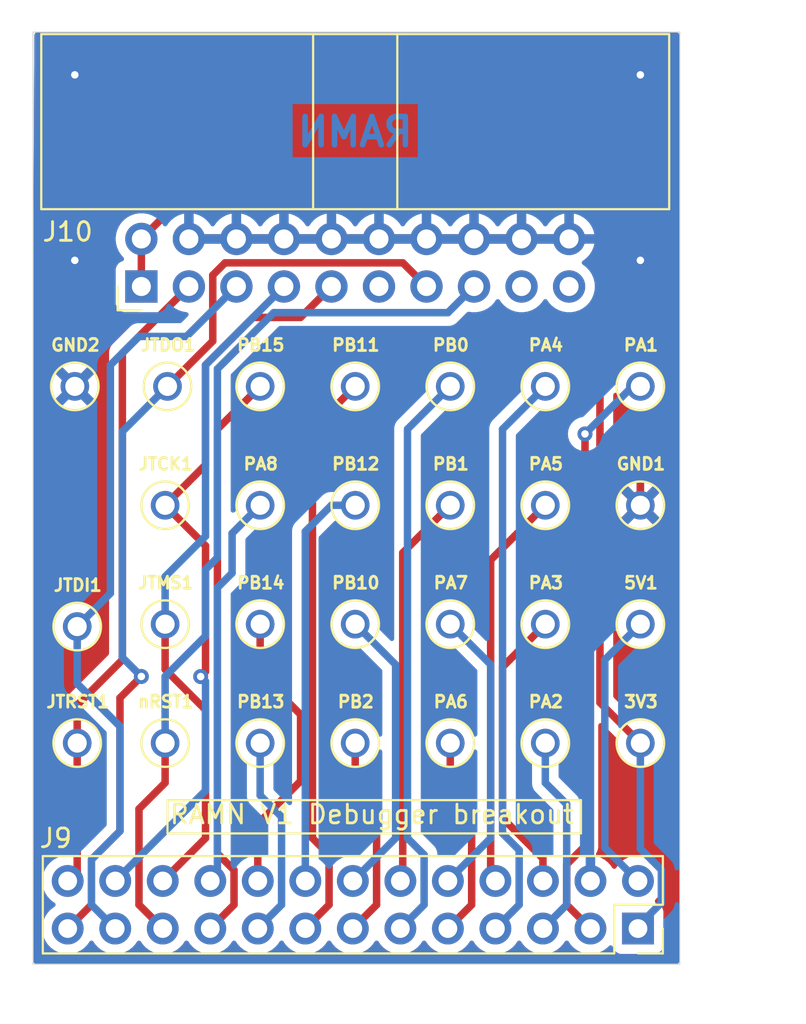
<source format=kicad_pcb>
(kicad_pcb (version 20240108) (generator "pcbnew") (generator_version "8.0")
  (layers (0 "F.Cu" signal) (31 "B.Cu" signal) (34 "B.Paste" user) (35 "F.Paste" user) (36 "B.SilkS" user "B.Silkscreen") (37 "F.SilkS" user "F.Silkscreen") (38 "B.Mask" user) (39 "F.Mask" user) (44 "Edge.Cuts" user))
  (net 0 "")
  (net 1 "GND")
  (net 2 "/3V3_ECU")
  (net 3 "/PA2")
  (net 4 "/PA7")
  (net 5 "/PA6")
  (net 6 "/PA5")
  (net 7 "/PA4")
  (net 8 "/PA3")
  (net 9 "/PA1")
  (net 10 "/PA8")
  (net 11 "/PB15")
  (net 12 "/PB14")
  (net 13 "/PB13")
  (net 14 "/PB12")
  (net 15 "/PB11")
  (net 16 "/PB10")
  (net 17 "/PB2")
  (net 18 "/PB1")
  (net 19 "/PB0")
  (net 20 "+5V")
  (net 21 "/SYS_JTRST")
  (net 22 "/SYS_JTDI")
  (net 23 "/nRST")
  (net 24 "/SYS_JTDO-SWO")
  (net 25 "/SYS_JTCK-SWCLK")
  (net 26 "/SYS_JTMS-SWDIO")
  (footprint "Global_Library:KEYSTONE_5002" (layer "F.Cu") (at 26.035 54.229)
    (property "Reference" "nRST1" (at 0.032 -2.2064 0) (layer "F.SilkS") (effects (font (size 0.64 0.64))))
    (property "Value" "TestPoint")
    (fp_circle (center 0 0) (end 1.27 0) (stroke (width 0.127)) (fill none) (layer "F.SilkS"))
    (pad "1" thru_hole circle (at 0 0) (size 1.53 1.53) (drill 1.02) (layers "*.Cu" "*.Mask") (net 23 "/nRST"))
  )
  (footprint "Global_Library:KEYSTONE_5002" (layer "F.Cu") (at 51.435 54.229)
    (property "Reference" "3V3" (at 0.032 -2.2064 0) (layer "F.SilkS") (effects (font (size 0.64 0.64))))
    (property "Value" "TestPoint")
    (fp_circle (center 0 0) (end 1.27 0) (stroke (width 0.127)) (fill none) (layer "F.SilkS"))
    (pad "1" thru_hole circle (at 0 0) (size 1.53 1.53) (drill 1.02) (layers "*.Cu" "*.Mask") (net 2 "/3V3_ECU"))
  )
  (footprint "Global_Library:KEYSTONE_5002" (layer "F.Cu") (at 36.195 35.179)
    (property "Reference" "PB11" (at 0.032 -2.2064 0) (layer "F.SilkS") (effects (font (size 0.64 0.64))))
    (property "Value" "TestPoint")
    (fp_circle (center 0 0) (end 1.27 0) (stroke (width 0.127)) (fill none) (layer "F.SilkS"))
    (pad "1" thru_hole circle (at 0 0) (size 1.53 1.53) (drill 1.02) (layers "*.Cu" "*.Mask") (net 15 "/PB11"))
  )
  (footprint "Global_Library:KEYSTONE_5002" (layer "F.Cu") (at 41.275 35.179)
    (property "Reference" "PB0" (at 0.032 -2.2064 0) (layer "F.SilkS") (effects (font (size 0.64 0.64))))
    (property "Value" "TestPoint")
    (fp_circle (center 0 0) (end 1.27 0) (stroke (width 0.127)) (fill none) (layer "F.SilkS"))
    (pad "1" thru_hole circle (at 0 0) (size 1.53 1.53) (drill 1.02) (layers "*.Cu" "*.Mask") (net 19 "/PB0"))
  )
  (footprint "Global_Library:KEYSTONE_5002" (layer "F.Cu") (at 36.195 47.879)
    (property "Reference" "PB10" (at 0.032 -2.2064 0) (layer "F.SilkS") (effects (font (size 0.64 0.64))))
    (property "Value" "TestPoint")
    (fp_circle (center 0 0) (end 1.27 0) (stroke (width 0.127)) (fill none) (layer "F.SilkS"))
    (pad "1" thru_hole circle (at 0 0) (size 1.53 1.53) (drill 1.02) (layers "*.Cu" "*.Mask") (net 16 "/PB10"))
  )
  (footprint "Global_Library:KEYSTONE_5002" (layer "F.Cu") (at 36.195 54.229)
    (property "Reference" "PB2" (at 0.032 -2.2064 0) (layer "F.SilkS") (effects (font (size 0.64 0.64))))
    (property "Value" "TestPoint")
    (fp_circle (center 0 0) (end 1.27 0) (stroke (width 0.127)) (fill none) (layer "F.SilkS"))
    (pad "1" thru_hole circle (at 0 0) (size 1.53 1.53) (drill 1.02) (layers "*.Cu" "*.Mask") (net 17 "/PB2"))
  )
  (footprint "Global_Library:KEYSTONE_5002" (layer "F.Cu") (at 41.275 41.529)
    (property "Reference" "PB1" (at 0.032 -2.2064 0) (layer "F.SilkS") (effects (font (size 0.64 0.64))))
    (property "Value" "TestPoint")
    (fp_circle (center 0 0) (end 1.27 0) (stroke (width 0.127)) (fill none) (layer "F.SilkS"))
    (pad "1" thru_hole circle (at 0 0) (size 1.53 1.53) (drill 1.02) (layers "*.Cu" "*.Mask") (net 18 "/PB1"))
  )
  (footprint "Global_Library:KEYSTONE_5002" (layer "F.Cu") (at 31.115 41.529)
    (property "Reference" "PA8" (at 0.032 -2.2064 0) (layer "F.SilkS") (effects (font (size 0.64 0.64))))
    (property "Value" "TestPoint")
    (fp_circle (center 0 0) (end 1.27 0) (stroke (width 0.127)) (fill none) (layer "F.SilkS"))
    (pad "1" thru_hole circle (at 0 0) (size 1.53 1.53) (drill 1.02) (layers "*.Cu" "*.Mask") (net 10 "/PA8"))
  )
  (footprint "Global_Library:KEYSTONE_5002" (layer "F.Cu") (at 41.275 54.229)
    (property "Reference" "PA6" (at 0.032 -2.2064 0) (layer "F.SilkS") (effects (font (size 0.64 0.64))))
    (property "Value" "TestPoint")
    (fp_circle (center 0 0) (end 1.27 0) (stroke (width 0.127)) (fill none) (layer "F.SilkS"))
    (pad "1" thru_hole circle (at 0 0) (size 1.53 1.53) (drill 1.02) (layers "*.Cu" "*.Mask") (net 5 "/PA6"))
  )
  (footprint "Global_Library:KEYSTONE_5002" (layer "F.Cu") (at 46.355 41.529)
    (property "Reference" "PA5" (at 0.032 -2.2064 0) (layer "F.SilkS") (effects (font (size 0.64 0.64))))
    (property "Value" "TestPoint")
    (fp_circle (center 0 0) (end 1.27 0) (stroke (width 0.127)) (fill none) (layer "F.SilkS"))
    (pad "1" thru_hole circle (at 0 0) (size 1.53 1.53) (drill 1.02) (layers "*.Cu" "*.Mask") (net 6 "/PA5"))
  )
  (footprint "Global_Library:KEYSTONE_5002" (layer "F.Cu") (at 41.275 47.879)
    (property "Reference" "PA7" (at 0.032 -2.2064 0) (layer "F.SilkS") (effects (font (size 0.64 0.64))))
    (property "Value" "TestPoint")
    (fp_circle (center 0 0) (end 1.27 0) (stroke (width 0.127)) (fill none) (layer "F.SilkS"))
    (pad "1" thru_hole circle (at 0 0) (size 1.53 1.53) (drill 1.02) (layers "*.Cu" "*.Mask") (net 4 "/PA7"))
  )
  (footprint "Global_Library:KEYSTONE_5002" (layer "F.Cu") (at 36.195 41.529)
    (property "Reference" "PB12" (at 0.032 -2.2064 0) (layer "F.SilkS") (effects (font (size 0.64 0.64))))
    (property "Value" "TestPoint")
    (fp_circle (center 0 0) (end 1.27 0) (stroke (width 0.127)) (fill none) (layer "F.SilkS"))
    (pad "1" thru_hole circle (at 0 0) (size 1.53 1.53) (drill 1.02) (layers "*.Cu" "*.Mask") (net 14 "/PB12"))
  )
  (footprint "Global_Library:KEYSTONE_5002" (layer "F.Cu") (at 21.336 48.006)
    (property "Reference" "JTDI1" (at 0.032 -2.2064 0) (layer "F.SilkS") (effects (font (size 0.64 0.64))))
    (property "Value" "TestPoint")
    (fp_circle (center 0 0) (end 1.27 0) (stroke (width 0.127)) (fill none) (layer "F.SilkS"))
    (pad "1" thru_hole circle (at 0 0) (size 1.53 1.53) (drill 1.02) (layers "*.Cu" "*.Mask") (net 22 "/SYS_JTDI"))
  )
  (footprint "Global_Library:KEYSTONE_5002" (layer "F.Cu") (at 51.435 41.529)
    (property "Reference" "GND1" (at 0.032 -2.2064 0) (layer "F.SilkS") (effects (font (size 0.64 0.64))))
    (property "Value" "TestPoint")
    (fp_circle (center 0 0) (end 1.27 0) (stroke (width 0.127)) (fill none) (layer "F.SilkS"))
    (pad "1" thru_hole circle (at 0 0) (size 1.53 1.53) (drill 1.02) (layers "*.Cu" "*.Mask") (net 1 "GND"))
  )
  (footprint "Global_Library:KEYSTONE_5002" (layer "F.Cu") (at 26.035 41.529)
    (property "Reference" "JTCK1" (at 0.032 -2.2064 0) (layer "F.SilkS") (effects (font (size 0.64 0.64))))
    (property "Value" "TestPoint")
    (fp_circle (center 0 0) (end 1.27 0) (stroke (width 0.127)) (fill none) (layer "F.SilkS"))
    (pad "1" thru_hole circle (at 0 0) (size 1.53 1.53) (drill 1.02) (layers "*.Cu" "*.Mask") (net 25 "/SYS_JTCK-SWCLK"))
  )
  (footprint "Global_Library:KEYSTONE_5002" (layer "F.Cu") (at 26.035 47.879)
    (property "Reference" "JTMS1" (at 0.032 -2.2064 0) (layer "F.SilkS") (effects (font (size 0.64 0.64))))
    (property "Value" "TestPoint")
    (fp_circle (center 0 0) (end 1.27 0) (stroke (width 0.127)) (fill none) (layer "F.SilkS"))
    (pad "1" thru_hole circle (at 0 0) (size 1.53 1.53) (drill 1.02) (layers "*.Cu" "*.Mask") (net 26 "/SYS_JTMS-SWDIO"))
  )
  (footprint "Global_Library:KEYSTONE_5002" (layer "F.Cu") (at 51.435 47.879)
    (property "Reference" "5V1" (at 0.032 -2.2064 0) (layer "F.SilkS") (effects (font (size 0.64 0.64))))
    (property "Value" "TestPoint")
    (fp_circle (center 0 0) (end 1.27 0) (stroke (width 0.127)) (fill none) (layer "F.SilkS"))
    (pad "1" thru_hole circle (at 0 0) (size 1.53 1.53) (drill 1.02) (layers "*.Cu" "*.Mask") (net 20 "+5V"))
  )
  (footprint "Global_Library:KEYSTONE_5002" (layer "F.Cu") (at 46.355 35.179)
    (property "Reference" "PA4" (at 0.032 -2.2064 0) (layer "F.SilkS") (effects (font (size 0.64 0.64))))
    (property "Value" "TestPoint")
    (fp_circle (center 0 0) (end 1.27 0) (stroke (width 0.127)) (fill none) (layer "F.SilkS"))
    (pad "1" thru_hole circle (at 0 0) (size 1.53 1.53) (drill 1.02) (layers "*.Cu" "*.Mask") (net 7 "/PA4"))
  )
  (footprint "Global_Library:KEYSTONE_5002" (layer "F.Cu") (at 46.355 47.879)
    (property "Reference" "PA3" (at 0.032 -2.2064 0) (layer "F.SilkS") (effects (font (size 0.64 0.64))))
    (property "Value" "TestPoint")
    (fp_circle (center 0 0) (end 1.27 0) (stroke (width 0.127)) (fill none) (layer "F.SilkS"))
    (pad "1" thru_hole circle (at 0 0) (size 1.53 1.53) (drill 1.02) (layers "*.Cu" "*.Mask") (net 8 "/PA3"))
  )
  (footprint "Global_Library:KEYSTONE_5002" (layer "F.Cu") (at 46.355 54.229)
    (property "Reference" "PA2" (at 0.032 -2.2064 0) (layer "F.SilkS") (effects (font (size 0.64 0.64))))
    (property "Value" "TestPoint")
    (fp_circle (center 0 0) (end 1.27 0) (stroke (width 0.127)) (fill none) (layer "F.SilkS"))
    (pad "1" thru_hole circle (at 0 0) (size 1.53 1.53) (drill 1.02) (layers "*.Cu" "*.Mask") (net 3 "/PA2"))
  )
  (footprint "Global_Library:KEYSTONE_5002" (layer "F.Cu") (at 51.435 35.179)
    (property "Reference" "PA1" (at 0.032 -2.2064 0) (layer "F.SilkS") (effects (font (size 0.64 0.64))))
    (property "Value" "TestPoint")
    (fp_circle (center 0 0) (end 1.27 0) (stroke (width 0.127)) (fill none) (layer "F.SilkS"))
    (pad "1" thru_hole circle (at 0 0) (size 1.53 1.53) (drill 1.02) (layers "*.Cu" "*.Mask") (net 9 "/PA1"))
  )
  (footprint "Global_Library:KEYSTONE_5002" (layer "F.Cu") (at 31.115 35.179)
    (property "Reference" "PB15" (at 0.032 -2.2064 0) (layer "F.SilkS") (effects (font (size 0.64 0.64))))
    (property "Value" "TestPoint")
    (fp_circle (center 0 0) (end 1.27 0) (stroke (width 0.127)) (fill none) (layer "F.SilkS"))
    (pad "1" thru_hole circle (at 0 0) (size 1.53 1.53) (drill 1.02) (layers "*.Cu" "*.Mask") (net 11 "/PB15"))
  )
  (footprint "Global_Library:KEYSTONE_5002" (layer "F.Cu") (at 31.115 54.229)
    (property "Reference" "PB13" (at 0.032 -2.2064 0) (layer "F.SilkS") (effects (font (size 0.64 0.64))))
    (property "Value" "TestPoint")
    (fp_circle (center 0 0) (end 1.27 0) (stroke (width 0.127)) (fill none) (layer "F.SilkS"))
    (pad "1" thru_hole circle (at 0 0) (size 1.53 1.53) (drill 1.02) (layers "*.Cu" "*.Mask") (net 13 "/PB13"))
  )
  (footprint "Global_Library:KEYSTONE_5002" (layer "F.Cu") (at 31.115 47.879)
    (property "Reference" "PB14" (at 0.032 -2.2064 0) (layer "F.SilkS") (effects (font (size 0.64 0.64))))
    (property "Value" "TestPoint")
    (fp_circle (center 0 0) (end 1.27 0) (stroke (width 0.127)) (fill none) (layer "F.SilkS"))
    (pad "1" thru_hole circle (at 0 0) (size 1.53 1.53) (drill 1.02) (layers "*.Cu" "*.Mask") (net 12 "/PB14"))
  )
  (footprint "Global_Library:KEYSTONE_5002" (layer "F.Cu") (at 26.162 35.179)
    (property "Reference" "JTDO1" (at 0.032 -2.2064 0) (layer "F.SilkS") (effects (font (size 0.64 0.64))))
    (property "Value" "TestPoint")
    (fp_circle (center 0 0) (end 1.27 0) (stroke (width 0.127)) (fill none) (layer "F.SilkS"))
    (pad "1" thru_hole circle (at 0 0) (size 1.53 1.53) (drill 1.02) (layers "*.Cu" "*.Mask") (net 24 "/SYS_JTDO-SWO"))
  )
  (footprint "Global_Library:KEYSTONE_5002" (layer "F.Cu") (at 21.336 54.229)
    (property "Reference" "JTRST1" (at 0.032 -2.2064 0) (layer "F.SilkS") (effects (font (size 0.64 0.64))))
    (property "Value" "TestPoint")
    (fp_circle (center 0 0) (end 1.27 0) (stroke (width 0.127)) (fill none) (layer "F.SilkS"))
    (pad "1" thru_hole circle (at 0 0) (size 1.53 1.53) (drill 1.02) (layers "*.Cu" "*.Mask") (net 21 "/SYS_JTRST"))
  )
  (footprint "Connector_PinSocket_2.54mm:PinSocket_2x13_P2.54mm_Vertical" (layer "F.Cu") (at 51.308 64.135 -90)
    (property "Reference" "J9" (at -4.826 31.115 0) (layer "F.SilkS"))
    (property "Value" "~")
    (fp_line (start -3.87 31.81) (end 1.33 31.81) (stroke (width 0.12)) (layer "F.SilkS"))
    (fp_line (start -1.27 1.27) (end 1.33 1.27) (stroke (width 0.12)) (layer "F.SilkS"))
    (fp_line (start 1.33 1.27) (end 1.33 31.81) (stroke (width 0.12)) (layer "F.SilkS"))
    (fp_line (start -3.87 -1.33) (end -3.87 31.81) (stroke (width 0.12)) (layer "F.SilkS"))
    (fp_line (start -3.87 -1.33) (end -1.27 -1.33) (stroke (width 0.12)) (layer "F.SilkS"))
    (fp_line (start -1.27 -1.33) (end -1.27 1.27) (stroke (width 0.12)) (layer "F.SilkS"))
    (fp_line (start 0 -1.33) (end 1.33 -1.33) (stroke (width 0.12)) (layer "F.SilkS"))
    (fp_line (start 1.33 -1.33) (end 1.33 0) (stroke (width 0.12)) (layer "F.SilkS"))
    (pad "1" thru_hole rect (at 0 0 270) (size 1.7 1.7) (drill 1) (layers "*.Cu" "*.Mask") (net 2 "/3V3_ECU"))
    (pad "2" thru_hole oval (at -2.54 0 270) (size 1.7 1.7) (drill 1) (layers "*.Cu" "*.Mask") (net 20 "+5V"))
    (pad "3" thru_hole oval (at 0 2.54 270) (size 1.7 1.7) (drill 1) (layers "*.Cu" "*.Mask") (net 9 "/PA1"))
    (pad "4" thru_hole oval (at -2.54 2.54 270) (size 1.7 1.7) (drill 1) (layers "*.Cu" "*.Mask") (net 1 "GND"))
    (pad "5" thru_hole oval (at 0 5.08 270) (size 1.7 1.7) (drill 1) (layers "*.Cu" "*.Mask") (net 3 "/PA2"))
    (pad "6" thru_hole oval (at -2.54 5.08 270) (size 1.7 1.7) (drill 1) (layers "*.Cu" "*.Mask") (net 8 "/PA3"))
    (pad "7" thru_hole oval (at 0 7.62 270) (size 1.7 1.7) (drill 1) (layers "*.Cu" "*.Mask") (net 7 "/PA4"))
    (pad "8" thru_hole oval (at -2.54 7.62 270) (size 1.7 1.7) (drill 1) (layers "*.Cu" "*.Mask") (net 6 "/PA5"))
    (pad "9" thru_hole oval (at 0 10.16 270) (size 1.7 1.7) (drill 1) (layers "*.Cu" "*.Mask") (net 5 "/PA6"))
    (pad "10" thru_hole oval (at -2.54 10.16 270) (size 1.7 1.7) (drill 1) (layers "*.Cu" "*.Mask") (net 4 "/PA7"))
    (pad "11" thru_hole oval (at 0 12.7 270) (size 1.7 1.7) (drill 1) (layers "*.Cu" "*.Mask") (net 19 "/PB0"))
    (pad "12" thru_hole oval (at -2.54 12.7 270) (size 1.7 1.7) (drill 1) (layers "*.Cu" "*.Mask") (net 18 "/PB1"))
    (pad "13" thru_hole oval (at 0 15.24 270) (size 1.7 1.7) (drill 1) (layers "*.Cu" "*.Mask") (net 17 "/PB2"))
    (pad "14" thru_hole oval (at -2.54 15.24 270) (size 1.7 1.7) (drill 1) (layers "*.Cu" "*.Mask") (net 16 "/PB10"))
    (pad "15" thru_hole oval (at 0 17.78 270) (size 1.7 1.7) (drill 1) (layers "*.Cu" "*.Mask") (net 15 "/PB11"))
    (pad "16" thru_hole oval (at -2.54 17.78 270) (size 1.7 1.7) (drill 1) (layers "*.Cu" "*.Mask") (net 14 "/PB12"))
    (pad "17" thru_hole oval (at 0 20.32 270) (size 1.7 1.7) (drill 1) (layers "*.Cu" "*.Mask") (net 13 "/PB13"))
    (pad "18" thru_hole oval (at -2.54 20.32 270) (size 1.7 1.7) (drill 1) (layers "*.Cu" "*.Mask") (net 12 "/PB14"))
    (pad "19" thru_hole oval (at 0 22.86 270) (size 1.7 1.7) (drill 1) (layers "*.Cu" "*.Mask") (net 11 "/PB15"))
    (pad "20" thru_hole oval (at -2.54 22.86 270) (size 1.7 1.7) (drill 1) (layers "*.Cu" "*.Mask") (net 10 "/PA8"))
    (pad "21" thru_hole oval (at 0 25.4 270) (size 1.7 1.7) (drill 1) (layers "*.Cu" "*.Mask") (net 23 "/nRST"))
    (pad "22" thru_hole oval (at -2.54 25.4 270) (size 1.7 1.7) (drill 1) (layers "*.Cu" "*.Mask") (net 26 "/SYS_JTMS-SWDIO"))
    (pad "23" thru_hole oval (at 0 27.94 270) (size 1.7 1.7) (drill 1) (layers "*.Cu" "*.Mask") (net 22 "/SYS_JTDI"))
    (pad "24" thru_hole oval (at -2.54 27.94 270) (size 1.7 1.7) (drill 1) (layers "*.Cu" "*.Mask") (net 25 "/SYS_JTCK-SWCLK"))
    (pad "25" thru_hole oval (at 0 30.48 270) (size 1.7 1.7) (drill 1) (layers "*.Cu" "*.Mask") (net 24 "/SYS_JTDO-SWO"))
    (pad "26" thru_hole oval (at -2.54 30.48 270) (size 1.7 1.7) (drill 1) (layers "*.Cu" "*.Mask") (net 21 "/SYS_JTRST"))
  )
  (footprint "Global_Library:KEYSTONE_5002" (layer "F.Cu") (at 21.209 35.179)
    (property "Reference" "GND2" (at 0.032 -2.2064 0) (layer "F.SilkS") (effects (font (size 0.64 0.64))))
    (property "Value" "TestPoint")
    (fp_circle (center 0 0) (end 1.27 0) (stroke (width 0.127)) (fill none) (layer "F.SilkS"))
    (pad "1" thru_hole circle (at 0 0) (size 1.53 1.53) (drill 1.02) (layers "*.Cu" "*.Mask") (net 1 "GND"))
  )
  (footprint "Connector_IDC:IDC-Header_2x10_P2.54mm_Horizontal" (layer "F.Cu") (at 24.765 29.845 90)
    (property "Reference" "J10" (at 2.921 -3.937 180) (layer "F.SilkS"))
    (property "Value" "Conn_ARM_JTAG_SWD_20")
    (fp_line (start 13.48 -5.35) (end 13.48 28.21) (stroke (width 0.12)) (layer "F.SilkS"))
    (fp_line (start 4.13 -5.35) (end 13.48 -5.35) (stroke (width 0.12)) (layer "F.SilkS"))
    (fp_line (start 0 -1.27) (end -1.27 -1.27) (stroke (width 0.12)) (layer "F.SilkS"))
    (fp_line (start -1.27 -1.27) (end -1.27 0) (stroke (width 0.12)) (layer "F.SilkS"))
    (fp_line (start 4.13 9.18) (end 13.48 9.18) (stroke (width 0.12)) (layer "F.SilkS"))
    (fp_line (start 4.13 13.68) (end 13.48 13.68) (stroke (width 0.12)) (layer "F.SilkS"))
    (fp_line (start 4.13 28.21) (end 4.13 -5.35) (stroke (width 0.12)) (layer "F.SilkS"))
    (fp_line (start 4.13 28.21) (end 13.48 28.21) (stroke (width 0.12)) (layer "F.SilkS"))
    (pad "1" thru_hole rect (at 0 0 90) (size 1.7272 1.7272) (drill 1.016) (layers "*.Cu" "*.Mask") (net 2 "/3V3_ECU"))
    (pad "2" thru_hole oval (at 2.54 0 90) (size 1.7272 1.7272) (drill 1.016) (layers "*.Cu" "*.Mask") (net 2 "/3V3_ECU"))
    (pad "3" thru_hole oval (at 0 2.54 90) (size 1.7272 1.7272) (drill 1.016) (layers "*.Cu" "*.Mask") (net 21 "/SYS_JTRST"))
    (pad "4" thru_hole oval (at 2.54 2.54 90) (size 1.7272 1.7272) (drill 1.016) (layers "*.Cu" "*.Mask") (net 1 "GND"))
    (pad "5" thru_hole oval (at 0 5.08 90) (size 1.7272 1.7272) (drill 1.016) (layers "*.Cu" "*.Mask") (net 22 "/SYS_JTDI"))
    (pad "6" thru_hole oval (at 2.54 5.08 90) (size 1.7272 1.7272) (drill 1.016) (layers "*.Cu" "*.Mask") (net 1 "GND"))
    (pad "7" thru_hole oval (at 0 7.62 90) (size 1.7272 1.7272) (drill 1.016) (layers "*.Cu" "*.Mask") (net 26 "/SYS_JTMS-SWDIO"))
    (pad "8" thru_hole oval (at 2.54 7.62 90) (size 1.7272 1.7272) (drill 1.016) (layers "*.Cu" "*.Mask") (net 1 "GND"))
    (pad "9" thru_hole oval (at 0 10.16 90) (size 1.7272 1.7272) (drill 1.016) (layers "*.Cu" "*.Mask") (net 25 "/SYS_JTCK-SWCLK"))
    (pad "10" thru_hole oval (at 2.54 10.16 90) (size 1.7272 1.7272) (drill 1.016) (layers "*.Cu" "*.Mask") (net 1 "GND"))
    (pad "11" thru_hole oval (at 0 12.7 90) (size 1.7272 1.7272) (drill 1.016) (layers "*.Cu" "*.Mask"))
    (pad "12" thru_hole oval (at 2.54 12.7 90) (size 1.7272 1.7272) (drill 1.016) (layers "*.Cu" "*.Mask") (net 1 "GND"))
    (pad "13" thru_hole oval (at 0 15.24 90) (size 1.7272 1.7272) (drill 1.016) (layers "*.Cu" "*.Mask") (net 24 "/SYS_JTDO-SWO"))
    (pad "14" thru_hole oval (at 2.54 15.24 90) (size 1.7272 1.7272) (drill 1.016) (layers "*.Cu" "*.Mask") (net 1 "GND"))
    (pad "15" thru_hole oval (at 0 17.78 90) (size 1.7272 1.7272) (drill 1.016) (layers "*.Cu" "*.Mask") (net 23 "/nRST"))
    (pad "16" thru_hole oval (at 2.54 17.78 90) (size 1.7272 1.7272) (drill 1.016) (layers "*.Cu" "*.Mask") (net 1 "GND"))
    (pad "17" thru_hole oval (at 0 20.32 90) (size 1.7272 1.7272) (drill 1.016) (layers "*.Cu" "*.Mask"))
    (pad "18" thru_hole oval (at 2.54 20.32 90) (size 1.7272 1.7272) (drill 1.016) (layers "*.Cu" "*.Mask") (net 1 "GND"))
    (pad "19" thru_hole oval (at 0 22.86 90) (size 1.7272 1.7272) (drill 1.016) (layers "*.Cu" "*.Mask"))
    (pad "20" thru_hole oval (at 2.54 22.86 90) (size 1.7272 1.7272) (drill 1.016) (layers "*.Cu" "*.Mask") (net 1 "GND"))
  )
  (gr_line (start 26.162 59.055) (end 48.26 59.055) (stroke (width 0.12)) (layer "F.SilkS"))
  (gr_line (start 26.162 57.277) (end 26.162 59.055) (stroke (width 0.12)) (layer "F.SilkS"))
  (gr_line (start 48.26 57.277) (end 26.162 57.277) (stroke (width 0.12)) (layer "F.SilkS"))
  (gr_line (start 48.26 59.055) (end 48.26 57.277) (stroke (width 0.12)) (layer "F.SilkS"))
  (gr_line (start 18.974 16.256) (end 53.543 16.256) (stroke (width 0.05)) (layer "Edge.Cuts"))
  (gr_line (start 53.543 16.256) (end 53.543 66.04) (stroke (width 0.05)) (layer "Edge.Cuts"))
  (gr_line (start 18.974 16.256) (end 18.974 66.04) (stroke (width 0.05)) (layer "Edge.Cuts"))
  (gr_line (start 18.974 66.04) (end 53.543 66.04) (stroke (width 0.05)) (layer "Edge.Cuts"))
  (gr_text "RAMN" (at 36.195 21.59 0) (layer "B.Cu") (effects (font (size 1.5 1.5) (thickness 0.3)) (justify mirror)))
  (gr_text "RAMN V1 Debugger breakout" (at 37.084 58.039 0) (layer "F.SilkS") (effects (font (size 1 1))))
  (segment (start 51.435 41.529) (end 51.435 38.989) (width 0.4) (layer "F.Cu") (net 1))
  (segment (start 51.435 37.719) (end 51.435 41.529) (width 0.4) (layer "F.Cu") (net 1))
  (via (at 51.435 28.448) (size 0.8) (drill 0.4) (layers "F.Cu" "B.Cu") (net 1))
  (via (at 51.435 18.542) (size 0.8) (drill 0.4) (layers "F.Cu" "B.Cu") (net 1))
  (via (at 21.209 28.448) (size 0.8) (drill 0.4) (layers "F.Cu" "B.Cu") (net 1))
  (via (at 21.209 18.542) (size 0.8) (drill 0.4) (layers "F.Cu" "B.Cu") (net 1))
  (segment (start 48.768 61.595) (end 48.768 44.196) (width 0.4) (layer "B.Cu") (net 1))
  (segment (start 48.768 44.196) (end 51.435 41.529) (width 0.4) (layer "B.Cu") (net 1))
  (segment (start 51.435 54.229) (end 49.276 52.07) (width 0.4) (layer "F.Cu") (net 2))
  (segment (start 49.276 52.07) (end 49.276 26.416) (width 0.4) (layer "F.Cu") (net 2))
  (segment (start 24.765 27.305) (end 24.765 29.845) (width 0.4) (layer "F.Cu") (net 2))
  (segment (start 48.514 25.654) (end 26.416 25.654) (width 0.4) (layer "F.Cu") (net 2))
  (segment (start 26.416 25.654) (end 24.765 27.305) (width 0.4) (layer "F.Cu") (net 2))
  (segment (start 49.276 26.416) (end 48.514 25.654) (width 0.4) (layer "F.Cu") (net 2))
  (segment (start 52.558001 60.994999) (end 52.558001 62.757999) (width 0.4) (layer "B.Cu") (net 2))
  (segment (start 51.435 59.871998) (end 52.558001 60.994999) (width 0.4) (layer "B.Cu") (net 2))
  (segment (start 52.558001 62.757999) (end 51.308 64.008) (width 0.4) (layer "B.Cu") (net 2))
  (segment (start 51.308 64.008) (end 51.308 64.135) (width 0.4) (layer "B.Cu") (net 2))
  (segment (start 51.435 54.229) (end 51.435 59.871998) (width 0.4) (layer "B.Cu") (net 2))
  (segment (start 46.228 64.135) (end 47.498 62.865) (width 0.4) (layer "B.Cu") (net 3))
  (segment (start 47.498 57.49332) (end 46.355 56.35032) (width 0.4) (layer "B.Cu") (net 3))
  (segment (start 47.498 62.865) (end 47.498 57.49332) (width 0.4) (layer "B.Cu") (net 3))
  (segment (start 46.355 56.35032) (end 46.355 54.229) (width 0.4) (layer "B.Cu") (net 3))
  (segment (start 43.434 50.038) (end 41.275 47.879) (width 0.4) (layer "B.Cu") (net 4))
  (segment (start 43.434 59.309) (end 43.434 50.038) (width 0.4) (layer "B.Cu") (net 4))
  (segment (start 41.148 61.595) (end 43.434 59.309) (width 0.4) (layer "B.Cu") (net 4))
  (segment (start 42.418 62.865) (end 42.418 57.49332) (width 0.4) (layer "F.Cu") (net 5))
  (segment (start 41.148 64.135) (end 42.418 62.865) (width 0.4) (layer "F.Cu") (net 5))
  (segment (start 41.275 56.35032) (end 41.275 54.229) (width 0.4) (layer "F.Cu") (net 5))
  (segment (start 42.418 57.49332) (end 41.275 56.35032) (width 0.4) (layer "F.Cu") (net 5))
  (segment (start 43.688 61.595) (end 43.434 61.341) (width 0.4) (layer "F.Cu") (net 6))
  (segment (start 43.434 44.45) (end 44.855001 43.028999) (width 0.4) (layer "F.Cu") (net 6))
  (segment (start 44.855001 43.028999) (end 46.355 41.529) (width 0.4) (layer "F.Cu") (net 6))
  (segment (start 43.434 61.341) (end 43.434 44.45) (width 0.4) (layer "F.Cu") (net 6))
  (segment (start 43.688 64.135) (end 44.958 62.865) (width 0.4) (layer "B.Cu") (net 7))
  (segment (start 44.069 37.465) (end 44.855001 36.678999) (width 0.4) (layer "B.Cu") (net 7))
  (segment (start 44.069 59.055) (end 44.069 37.465) (width 0.4) (layer "B.Cu") (net 7))
  (segment (start 44.958 59.944) (end 44.069 59.055) (width 0.4) (layer "B.Cu") (net 7))
  (segment (start 44.855001 36.678999) (end 46.355 35.179) (width 0.4) (layer "B.Cu") (net 7))
  (segment (start 44.958 62.865) (end 44.958 59.944) (width 0.4) (layer "B.Cu") (net 7))
  (segment (start 44.069 58.233919) (end 44.069 50.165) (width 0.4) (layer "F.Cu") (net 8))
  (segment (start 46.228 61.595) (end 46.228 60.392919) (width 0.4) (layer "F.Cu") (net 8))
  (segment (start 44.069 50.165) (end 44.855001 49.378999) (width 0.4) (layer "F.Cu") (net 8))
  (segment (start 44.855001 49.378999) (end 46.355 47.879) (width 0.4) (layer "F.Cu") (net 8))
  (segment (start 46.228 60.392919) (end 44.069 58.233919) (width 0.4) (layer "F.Cu") (net 8))
  (segment (start 48.768 64.135) (end 47.498 62.865) (width 0.4) (layer "F.Cu") (net 9))
  (segment (start 47.498 62.865) (end 47.498 60.706) (width 0.4) (layer "F.Cu") (net 9))
  (segment (start 47.498 60.706) (end 48.47599 59.72801) (width 0.4) (layer "F.Cu") (net 9))
  (segment (start 48.47599 59.72801) (end 48.47599 37.719) (width 0.4) (layer "F.Cu") (net 9))
  (via (at 48.47599 37.719) (size 0.8) (drill 0.4) (layers "F.Cu" "B.Cu") (net 9))
  (segment (start 51.01599 35.179) (end 51.435 35.179) (width 0.4) (layer "B.Cu") (net 9))
  (segment (start 48.47599 37.719) (end 51.01599 35.179) (width 0.4) (layer "B.Cu") (net 9))
  (segment (start 51.435 35.653999) (end 51.435 35.179) (width 0.4) (layer "B.Cu") (net 9))
  (segment (start 29.615001 43.028999) (end 31.115 41.529) (width 0.4) (layer "B.Cu") (net 10))
  (segment (start 29.615001 45.147541) (end 29.615001 43.028999) (width 0.4) (layer "B.Cu") (net 10))
  (segment (start 28.829 61.214) (end 28.829 45.933542) (width 0.4) (layer "B.Cu") (net 10))
  (segment (start 28.448 61.595) (end 28.829 61.214) (width 0.4) (layer "B.Cu") (net 10))
  (segment (start 28.829 45.933542) (end 29.615001 45.147541) (width 0.4) (layer "B.Cu") (net 10))
  (segment (start 28.829 37.465) (end 28.829 60.125998) (width 0.4) (layer "F.Cu") (net 11))
  (segment (start 29.718 61.014998) (end 29.718 62.865) (width 0.4) (layer "F.Cu") (net 11))
  (segment (start 31.115 35.179) (end 28.829 37.465) (width 0.4) (layer "F.Cu") (net 11))
  (segment (start 28.829 60.125998) (end 29.718 61.014998) (width 0.4) (layer "F.Cu") (net 11))
  (segment (start 29.718 62.865) (end 29.297999 63.285001) (width 0.4) (layer "F.Cu") (net 11))
  (segment (start 29.297999 63.285001) (end 28.448 64.135) (width 0.4) (layer "F.Cu") (net 11))
  (segment (start 31.115 50.00032) (end 31.115 47.879) (width 0.4) (layer "F.Cu") (net 12))
  (segment (start 30.988 58.547) (end 33.274 56.261) (width 0.4) (layer "F.Cu") (net 12))
  (segment (start 31.115 50.546) (end 31.115 50.00032) (width 0.4) (layer "F.Cu") (net 12))
  (segment (start 33.274 56.261) (end 33.274 52.705) (width 0.4) (layer "F.Cu") (net 12))
  (segment (start 33.274 52.705) (end 31.115 50.546) (width 0.4) (layer "F.Cu") (net 12))
  (segment (start 30.988 61.595) (end 30.988 58.547) (width 0.4) (layer "F.Cu") (net 12))
  (segment (start 31.115 54.229) (end 31.115 57.023) (width 0.4) (layer "B.Cu") (net 13))
  (segment (start 31.115 57.023) (end 32.258 58.166) (width 0.4) (layer "B.Cu") (net 13))
  (segment (start 31.837999 63.285001) (end 30.988 64.135) (width 0.4) (layer "B.Cu") (net 13))
  (segment (start 32.258 58.166) (end 32.258 62.865) (width 0.4) (layer "B.Cu") (net 13))
  (segment (start 32.258 62.865) (end 31.837999 63.285001) (width 0.4) (layer "B.Cu") (net 13))
  (segment (start 33.528 42.926) (end 34.925 41.529) (width 0.4) (layer "B.Cu") (net 14))
  (segment (start 33.528 61.595) (end 33.528 42.926) (width 0.4) (layer "B.Cu") (net 14))
  (segment (start 34.925 41.529) (end 36.195 41.529) (width 0.4) (layer "B.Cu") (net 14))
  (segment (start 34.798 60.198) (end 33.909 59.309) (width 0.4) (layer "F.Cu") (net 15))
  (segment (start 34.798 62.865) (end 34.798 60.198) (width 0.4) (layer "F.Cu") (net 15))
  (segment (start 33.528 64.135) (end 34.798 62.865) (width 0.4) (layer "F.Cu") (net 15))
  (segment (start 34.695001 36.678999) (end 36.195 35.179) (width 0.4) (layer "F.Cu") (net 15))
  (segment (start 33.909 59.309) (end 33.909 37.465) (width 0.4) (layer "F.Cu") (net 15))
  (segment (start 33.909 37.465) (end 34.695001 36.678999) (width 0.4) (layer "F.Cu") (net 15))
  (segment (start 38.354 59.309) (end 38.354 50.038) (width 0.4) (layer "B.Cu") (net 16))
  (segment (start 37.694999 49.378999) (end 36.195 47.879) (width 0.4) (layer "B.Cu") (net 16))
  (segment (start 36.068 61.595) (end 38.354 59.309) (width 0.4) (layer "B.Cu") (net 16))
  (segment (start 38.354 50.038) (end 37.694999 49.378999) (width 0.4) (layer "B.Cu") (net 16))
  (segment (start 36.068 64.135) (end 37.338 62.865) (width 0.4) (layer "F.Cu") (net 17))
  (segment (start 37.338 62.865) (end 37.338 57.49332) (width 0.4) (layer "F.Cu") (net 17))
  (segment (start 36.195 56.35032) (end 36.195 54.229) (width 0.4) (layer "F.Cu") (net 17))
  (segment (start 37.338 57.49332) (end 36.195 56.35032) (width 0.4) (layer "F.Cu") (net 17))
  (segment (start 38.735 61.468) (end 38.735 44.069) (width 0.4) (layer "F.Cu") (net 18))
  (segment (start 38.735 44.069) (end 41.275 41.529) (width 0.4) (layer "F.Cu") (net 18))
  (segment (start 38.608 61.595) (end 38.735 61.468) (width 0.4) (layer "F.Cu") (net 18))
  (segment (start 39.775001 36.678999) (end 41.275 35.179) (width 0.4) (layer "B.Cu") (net 19))
  (segment (start 38.989 59.309) (end 38.989 37.465) (width 0.4) (layer "B.Cu") (net 19))
  (segment (start 38.989 37.465) (end 39.775001 36.678999) (width 0.4) (layer "B.Cu") (net 19))
  (segment (start 39.878 60.198) (end 38.989 59.309) (width 0.4) (layer "B.Cu") (net 19))
  (segment (start 38.608 64.135) (end 39.878 62.865) (width 0.4) (layer "B.Cu") (net 19))
  (segment (start 39.878 62.865) (end 39.878 60.198) (width 0.4) (layer "B.Cu") (net 19))
  (segment (start 49.534999 49.779001) (end 49.935001 49.378999) (width 0.4) (layer "B.Cu") (net 20))
  (segment (start 49.935001 49.378999) (end 51.435 47.879) (width 0.4) (layer "B.Cu") (net 20))
  (segment (start 51.308 61.595) (end 49.534999 59.821999) (width 0.4) (layer "B.Cu") (net 20))
  (segment (start 49.534999 59.821999) (end 49.534999 49.779001) (width 0.4) (layer "B.Cu") (net 20))
  (segment (start 21.336 61.087) (end 20.828 61.595) (width 0.4) (layer "F.Cu") (net 21))
  (segment (start 23.749 49.784) (end 21.336 52.197) (width 0.4) (layer "F.Cu") (net 21))
  (segment (start 23.749 33.401) (end 23.749 49.784) (width 0.4) (layer "F.Cu") (net 21))
  (segment (start 21.336 52.197) (end 21.336 54.229) (width 0.4) (layer "F.Cu") (net 21))
  (segment (start 27.305 29.845) (end 23.749 33.401) (width 0.4) (layer "F.Cu") (net 21))
  (segment (start 21.336 54.229) (end 21.336 61.087) (width 0.4) (layer "F.Cu") (net 21))
  (segment (start 27.178 32.512) (end 24.638 32.512) (width 0.4) (layer "B.Cu") (net 22))
  (segment (start 22.098 60.452) (end 22.098 62.865) (width 0.4) (layer "B.Cu") (net 22))
  (segment (start 23.622 58.928) (end 22.098 60.452) (width 0.4) (layer "B.Cu") (net 22))
  (segment (start 23.622 53.34) (end 23.622 58.928) (width 0.4) (layer "B.Cu") (net 22))
  (segment (start 21.336 51.054) (end 23.622 53.34) (width 0.4) (layer "B.Cu") (net 22))
  (segment (start 29.845 29.845) (end 27.178 32.512) (width 0.4) (layer "B.Cu") (net 22))
  (segment (start 21.336 48.006) (end 21.336 51.054) (width 0.4) (layer "B.Cu") (net 22))
  (segment (start 23.109001 46.232999) (end 21.336 48.006) (width 0.4) (layer "B.Cu") (net 22))
  (segment (start 24.638 32.512) (end 23.109001 34.040999) (width 0.4) (layer "B.Cu") (net 22))
  (segment (start 22.098 62.865) (end 23.368 64.135) (width 0.4) (layer "B.Cu") (net 22))
  (segment (start 23.109001 34.040999) (end 23.109001 46.232999) (width 0.4) (layer "B.Cu") (net 22))
  (segment (start 26.035 56.35032) (end 26.035 54.229) (width 0.4) (layer "F.Cu") (net 23))
  (segment (start 25.908 64.135) (end 24.638 62.865) (width 0.4) (layer "F.Cu") (net 23))
  (segment (start 24.638 57.74732) (end 26.035 56.35032) (width 0.4) (layer "F.Cu") (net 23))
  (segment (start 24.638 62.865) (end 24.638 57.74732) (width 0.4) (layer "F.Cu") (net 23))
  (segment (start 31.836542 31.242) (end 41.148 31.242) (width 0.4) (layer "B.Cu") (net 23))
  (segment (start 26.035 54.229) (end 26.035 50.673) (width 0.4) (layer "B.Cu") (net 23))
  (segment (start 28.829 44.323) (end 28.829 34.249542) (width 0.4) (layer "B.Cu") (net 23))
  (segment (start 28.194 44.958) (end 28.829 44.323) (width 0.4) (layer "B.Cu") (net 23))
  (segment (start 41.148 31.242) (end 42.545 29.845) (width 0.4) (layer "B.Cu") (net 23))
  (segment (start 28.829 34.249542) (end 31.836542 31.242) (width 0.4) (layer "B.Cu") (net 23))
  (segment (start 28.194 48.514) (end 28.194 44.958) (width 0.4) (layer "B.Cu") (net 23))
  (segment (start 26.035 50.673) (end 28.194 48.514) (width 0.4) (layer "B.Cu") (net 23))
  (segment (start 23.622 51.816002) (end 24.365001 51.073001) (width 0.4) (layer "F.Cu") (net 24))
  (segment (start 28.581399 29.238471) (end 29.238471 28.581399) (width 0.4) (layer "F.Cu") (net 24))
  (segment (start 38.741399 28.581399) (end 40.005 29.845) (width 0.4) (layer "F.Cu") (net 24))
  (segment (start 28.581399 32.759601) (end 28.581399 29.238471) (width 0.4) (layer "F.Cu") (net 24))
  (segment (start 22.098 60.452) (end 23.622 58.928) (width 0.4) (layer "F.Cu") (net 24))
  (segment (start 29.238471 28.581399) (end 38.741399 28.581399) (width 0.4) (layer "F.Cu") (net 24))
  (segment (start 22.098 62.865) (end 22.098 60.452) (width 0.4) (layer "F.Cu") (net 24))
  (segment (start 24.365001 51.073001) (end 24.765 50.673002) (width 0.4) (layer "F.Cu") (net 24))
  (segment (start 26.162 35.179) (end 28.581399 32.759601) (width 0.4) (layer "F.Cu") (net 24))
  (segment (start 20.828 64.135) (end 22.098 62.865) (width 0.4) (layer "F.Cu") (net 24))
  (segment (start 23.622 58.928) (end 23.622 51.816002) (width 0.4) (layer "F.Cu") (net 24))
  (via (at 24.765 50.673002) (size 0.8) (drill 0.4) (layers "F.Cu" "B.Cu") (net 24))
  (segment (start 23.749 49.657002) (end 24.365001 50.273003) (width 0.4) (layer "B.Cu") (net 24))
  (segment (start 24.365001 50.273003) (end 24.765 50.673002) (width 0.4) (layer "B.Cu") (net 24))
  (segment (start 26.162 35.179) (end 23.749 37.592) (width 0.4) (layer "B.Cu") (net 24))
  (segment (start 23.749 37.592) (end 23.749 49.657002) (width 0.4) (layer "B.Cu") (net 24))
  (segment (start 33.274 31.496) (end 30.734 31.496) (width 0.4) (layer "F.Cu") (net 25))
  (segment (start 28.194 50.409002) (end 27.935001 50.668001) (width 0.4) (layer "F.Cu") (net 25))
  (segment (start 34.925 29.845) (end 33.274 31.496) (width 0.4) (layer "F.Cu") (net 25))
  (segment (start 28.194 34.036) (end 28.194 39.37) (width 0.4) (layer "F.Cu") (net 25))
  (segment (start 30.734 31.496) (end 28.194 34.036) (width 0.4) (layer "F.Cu") (net 25))
  (segment (start 28.194 39.37) (end 26.035 41.529) (width 0.4) (layer "F.Cu") (net 25))
  (segment (start 26.035 41.529) (end 28.194 43.688) (width 0.4) (layer "F.Cu") (net 25))
  (segment (start 28.194 43.688) (end 28.194 50.409002) (width 0.4) (layer "F.Cu") (net 25))
  (via (at 27.935001 50.677999) (size 0.8) (drill 0.4) (layers "F.Cu" "B.Cu") (net 25))
  (segment (start 28.194 50.936998) (end 27.935001 50.677999) (width 0.4) (layer "B.Cu") (net 25))
  (segment (start 28.194 56.769) (end 28.194 50.936998) (width 0.4) (layer "B.Cu") (net 25))
  (segment (start 23.368 61.595) (end 28.194 56.769) (width 0.4) (layer "B.Cu") (net 25))
  (segment (start 28.194 59.309) (end 26.757999 60.745001) (width 0.4) (layer "F.Cu") (net 26))
  (segment (start 26.035 47.879) (end 26.035 50.292) (width 0.4) (layer "F.Cu") (net 26))
  (segment (start 28.194 52.451) (end 28.194 59.309) (width 0.4) (layer "F.Cu") (net 26))
  (segment (start 26.757999 60.745001) (end 25.908 61.595) (width 0.4) (layer "F.Cu") (net 26))
  (segment (start 26.035 50.292) (end 28.194 52.451) (width 0.4) (layer "F.Cu") (net 26))
  (segment (start 32.385 29.845) (end 28.194 34.036) (width 0.4) (layer "B.Cu") (net 26))
  (segment (start 26.035 45.339) (end 26.035 47.879) (width 0.4) (layer "B.Cu") (net 26))
  (segment (start 28.194 34.036) (end 28.194 43.18) (width 0.4) (layer "B.Cu") (net 26))
  (segment (start 28.194 43.18) (end 26.035 45.339) (width 0.4) (layer "B.Cu") (net 26))
  (zone (net 1) (net_name "GND") (layer "F.Cu") (connect_pads (clearance 0.508)) (min_thickness 0.254) (fill yes (thermal_gap 0.508) (thermal_bridge_width 0.508))
    (polygon (pts (xy 19.05 15.875) (xy 55.118 15.875) (xy 55.118 67.31) (xy 18.796 67.31)))
  )
  (zone (net 1) (net_name "GND") (layer "B.Cu") (connect_pads (clearance 0.508)) (min_thickness 0.254) (fill yes (thermal_gap 0.508) (thermal_bridge_width 0.508))
    (polygon (pts (xy 19.05 15.875) (xy 55.118 15.875) (xy 55.118 67.31) (xy 18.796 67.31)))
  )
)
</source>
